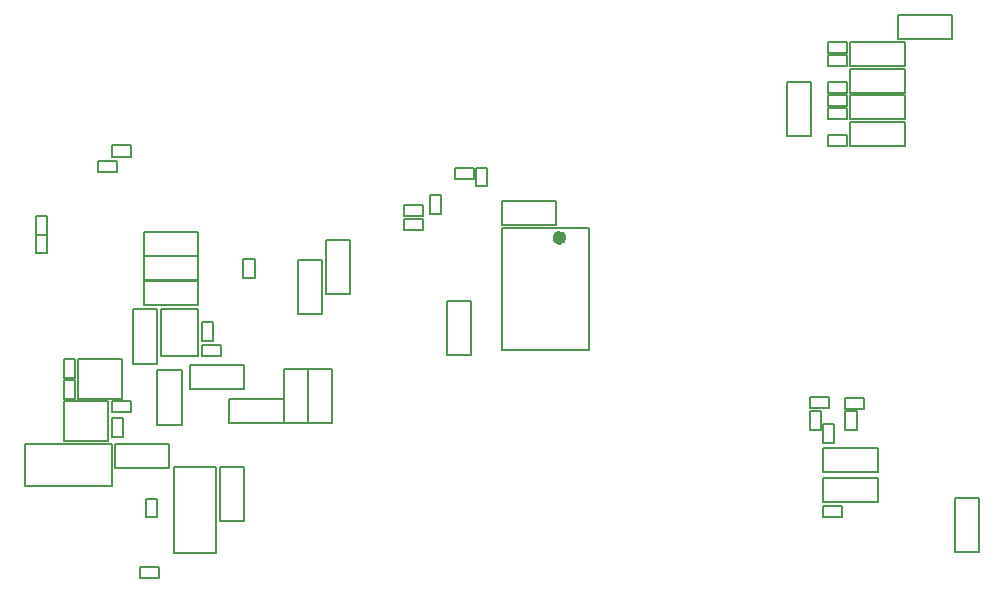
<source format=gbo>
G04 Layer_Color=32896*
%FSLAX44Y44*%
%MOMM*%
G71*
G01*
G75*
%ADD51C,0.1500*%
%ADD52C,0.6000*%
D51*
X667500Y147500D02*
X677000D01*
Y131500D02*
Y147500D01*
X667500Y131500D02*
X677000D01*
X667500D02*
Y147500D01*
X683500Y149750D02*
Y159250D01*
X667500Y149750D02*
X683500D01*
X667500D02*
Y159250D01*
X683500D01*
X697500Y147500D02*
X707000D01*
Y131500D02*
Y147500D01*
X697500Y131500D02*
X707000D01*
X697500D02*
Y147500D01*
X713500Y149250D02*
Y158750D01*
X697500Y149250D02*
X713500D01*
X697500D02*
Y158750D01*
X713500D01*
X699000Y371500D02*
Y381000D01*
X683000Y371500D02*
X699000D01*
X683000D02*
Y381000D01*
X699000D01*
Y416750D02*
Y426250D01*
X683000Y416750D02*
X699000D01*
X683000D02*
Y426250D01*
X699000D01*
Y405250D02*
Y414750D01*
X683000Y405250D02*
X699000D01*
X683000D02*
Y414750D01*
X699000D01*
Y450250D02*
Y459750D01*
X683000Y450250D02*
X699000D01*
X683000D02*
Y459750D01*
X699000D01*
Y394250D02*
Y403750D01*
X683000Y394250D02*
X699000D01*
X683000D02*
Y403750D01*
X699000D01*
Y439250D02*
Y448750D01*
X683000Y439250D02*
X699000D01*
X683000D02*
Y448750D01*
X699000D01*
X678750Y120000D02*
X688250D01*
X678750D02*
Y136000D01*
X688250D01*
Y120000D02*
Y136000D01*
X678750Y57500D02*
Y67000D01*
X694750D01*
Y57500D02*
Y67000D01*
X678750Y57500D02*
X694750D01*
X678750Y90750D02*
X724750D01*
X678750Y70250D02*
Y90750D01*
Y70250D02*
X724750D01*
Y90750D01*
X678750Y116000D02*
X724750D01*
X678750Y95500D02*
Y116000D01*
Y95500D02*
X724750D01*
Y116000D01*
X701750Y459750D02*
X747750D01*
X701750Y439250D02*
Y459750D01*
Y439250D02*
X747750D01*
Y459750D01*
X701750Y437250D02*
X747750D01*
X701750Y416750D02*
Y437250D01*
Y416750D02*
X747750D01*
Y437250D01*
X701750Y414750D02*
X747750D01*
X701750Y394250D02*
Y414750D01*
Y394250D02*
X747750D01*
Y414750D01*
X701750Y392000D02*
X747750D01*
X701750Y371500D02*
Y392000D01*
Y371500D02*
X747750D01*
Y392000D01*
X741750Y462000D02*
Y482500D01*
X787750D01*
Y462000D02*
Y482500D01*
X741750Y462000D02*
X787750D01*
X790250Y28000D02*
X810750D01*
X790250D02*
Y74000D01*
X810750D01*
Y28000D02*
Y74000D01*
X406750Y304750D02*
Y325250D01*
X452750D01*
Y304750D02*
Y325250D01*
X406750Y304750D02*
X452750D01*
X278250Y246250D02*
Y292250D01*
X257750D02*
X278250D01*
X257750Y246250D02*
Y292250D01*
Y246250D02*
X278250D01*
X406750Y302250D02*
X480500D01*
Y288000D02*
Y302250D01*
Y198750D02*
Y288000D01*
X406750Y198750D02*
Y302250D01*
Y198750D02*
X480500D01*
X187750Y260000D02*
X197250D01*
X187750D02*
Y276000D01*
X197250D01*
Y260000D02*
Y276000D01*
X234000Y229500D02*
X254500D01*
X234000D02*
Y275500D01*
X254500D01*
Y229500D02*
Y275500D01*
X176000Y137250D02*
X222000D01*
Y157750D01*
X176000D02*
X222000D01*
X176000Y137250D02*
Y157750D01*
X188250Y54250D02*
Y100250D01*
X167750D02*
X188250D01*
X167750Y54250D02*
Y100250D01*
Y54250D02*
X188250D01*
X129250Y26750D02*
Y100250D01*
Y26750D02*
X164750D01*
Y100250D01*
X129250D02*
X164750D01*
X81000Y349500D02*
Y359000D01*
X65000Y349500D02*
X81000D01*
X65000D02*
Y359000D01*
X81000D01*
X92750Y362750D02*
Y372250D01*
X76750Y362750D02*
X92750D01*
X76750D02*
Y372250D01*
X92750D01*
X79000Y99250D02*
X125000D01*
Y119750D01*
X79000D02*
X125000D01*
X79000Y99250D02*
Y119750D01*
X2750D02*
X76250D01*
X2750Y84250D02*
Y119750D01*
Y84250D02*
X76250D01*
Y119750D01*
X105500Y57250D02*
X115000D01*
X105500D02*
Y73250D01*
X115000D01*
Y57250D02*
Y73250D01*
X12250Y312750D02*
X21750D01*
Y296750D02*
Y312750D01*
X12250Y296750D02*
X21750D01*
X12250D02*
Y312750D01*
X12250Y296750D02*
X21750D01*
Y280750D02*
Y296750D01*
X12250Y280750D02*
X21750D01*
X12250D02*
Y296750D01*
X100500Y6000D02*
Y15500D01*
X116500D01*
Y6000D02*
Y15500D01*
X100500Y6000D02*
X116500D01*
X55500Y191250D02*
X58250D01*
X85250D01*
Y157750D02*
Y191250D01*
X47750Y157750D02*
X85250D01*
X47750D02*
Y191250D01*
X55500D01*
X76250Y141250D02*
X85750D01*
Y125250D02*
Y141250D01*
X76250Y125250D02*
X85750D01*
X76250D02*
Y141250D01*
X92250Y146250D02*
Y155750D01*
X76250Y146250D02*
X92250D01*
X76250D02*
Y155750D01*
X92250D01*
X35750Y175250D02*
X45250D01*
X35750D02*
Y191250D01*
X45250D01*
Y175250D02*
Y191250D01*
X35750Y157750D02*
X45250D01*
X35750D02*
Y173750D01*
X45250D01*
Y157750D02*
Y173750D01*
X62750Y122250D02*
X65500D01*
X35750D02*
X62750D01*
X35750D02*
Y155750D01*
X73250D01*
Y122250D02*
Y155750D01*
X65500Y122250D02*
X73250D01*
X153000Y206750D02*
Y222750D01*
Y206750D02*
X162500D01*
Y222750D01*
X153000D02*
X162500D01*
X153000Y194000D02*
X169000D01*
Y203500D01*
X153000D02*
X169000D01*
X153000Y194000D02*
Y203500D01*
X118000Y194000D02*
Y201250D01*
Y194000D02*
X149500D01*
Y228000D01*
Y233500D01*
X118000D02*
X149500D01*
X118000Y233250D02*
Y233500D01*
Y230250D02*
Y233250D01*
Y204000D02*
Y230250D01*
Y201250D02*
Y204000D01*
X103500Y237000D02*
Y257500D01*
X149500D01*
Y237000D02*
Y257500D01*
X103500Y237000D02*
X149500D01*
X94000Y233500D02*
X114500D01*
Y187500D02*
Y233500D01*
X94000Y187500D02*
X114500D01*
X94000D02*
Y233500D01*
X115000Y135750D02*
Y181750D01*
Y135750D02*
X135500D01*
Y181750D01*
X115000D02*
X135500D01*
X103500Y278500D02*
X149500D01*
X103500Y258000D02*
Y278500D01*
Y258000D02*
X149500D01*
Y278500D01*
X103500Y299000D02*
X149500D01*
X103500Y278500D02*
Y299000D01*
Y278500D02*
X149500D01*
Y299000D01*
X345500Y330000D02*
X355000D01*
Y314000D02*
Y330000D01*
X345500Y314000D02*
X355000D01*
X345500D02*
Y330000D01*
X366750Y344000D02*
Y353500D01*
X382750D01*
Y344000D02*
Y353500D01*
X366750Y344000D02*
X382750D01*
X323500Y300250D02*
Y309750D01*
X339500D01*
Y300250D02*
Y309750D01*
X323500Y300250D02*
X339500D01*
X323500Y312250D02*
Y321750D01*
X339500D01*
Y312250D02*
Y321750D01*
X323500Y312250D02*
X339500D01*
X142250Y186750D02*
X188250D01*
X142250Y166250D02*
Y186750D01*
Y166250D02*
X188250D01*
Y186750D01*
X222000Y137250D02*
X242500D01*
X222000D02*
Y183250D01*
X242500D01*
Y137250D02*
Y183250D01*
X263250Y137250D02*
Y183250D01*
X242750D02*
X263250D01*
X242750Y137250D02*
Y183250D01*
Y137250D02*
X263250D01*
X360000Y194750D02*
Y240750D01*
Y194750D02*
X380500D01*
Y240750D01*
X360000D02*
X380500D01*
X385000Y337500D02*
X394500D01*
X385000D02*
Y353500D01*
X394500D01*
Y337500D02*
Y353500D01*
X647750Y380250D02*
Y426250D01*
Y380250D02*
X668250D01*
Y426250D01*
X647750D02*
X668250D01*
D52*
X458500Y294000D02*
G03*
X458500Y294000I-3000J0D01*
G01*
M02*

</source>
